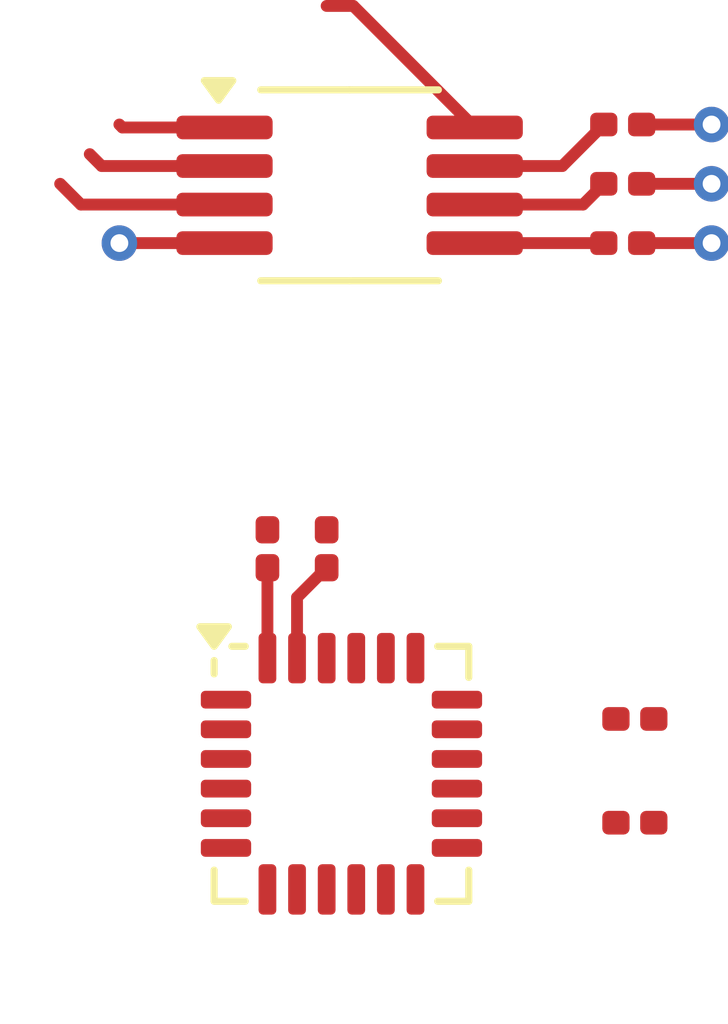
<source format=kicad_pcb>
(kicad_pcb (version 20241229) (generator "pcbnew") (generator_version "9.0")
  (layers (0 "F.Cu" signal) (2 "B.Cu" signal) (13 "F.Paste" user) (15 "B.Paste" user) (5 "F.SilkS" user "F.Silkscreen") (7 "B.SilkS" user "B.Silkscreen") (1 "F.Mask" user) (3 "B.Mask" user) (25 "Edge.Cuts" user))
  (net 0 "")
  (net 1 "Net-(U1-A1)")
  (net 2 "Net-(U1-A2)")
  (net 3 "unconnected-(U1-SDA-Pad1)")
  (net 4 "Net-(U1-A0)")
  (net 5 "unconnected-(U1-Alert-Pad3)")
  (net 6 "unconnected-(U1-SCL-Pad2)")
  (net 7 "VCC")
  (net 8 "GND")
  (net 9 "+3V3")
  (net 12 "Net-(U2-AUX_CL)")
  (net 16 "Net-(U2-AUX_DA)")
  (net 19 "Net-(U2-REGOUT)")
  (net 21 "Net-(U2-CPOUT)")
  (net 27 "Net-(U2-SDA)")
  (net 28 "Net-(U2-SCL)")
  (footprint "Resistor_SMD:R_0201_0603Metric" (layer "F.Cu") (at 53.705 73.775)
    (property "Reference" "R7" (hide yes))
    (property "Value" "4.7k" (hide yes))
    (pad "1" smd roundrect (at -0.32 0) (size 0.46 0.4) (layers "F.Cu" "F.Mask") (net 16 "Net-(U2-AUX_DA)"))
    (pad "2" smd roundrect (at 0.32 0) (size 0.46 0.4) (layers "F.Cu" "F.Mask") (net 9 "+3V3"))
  )
  (footprint "Resistor_SMD:R_0201_0603Metric" (layer "F.Cu") (at 53.705 72.025)
    (property "Reference" "R6" (hide yes))
    (property "Value" "4.7k" (hide yes))
    (pad "1" smd roundrect (at -0.32 0) (size 0.46 0.4) (layers "F.Cu" "F.Mask") (net 12 "Net-(U2-AUX_CL)"))
    (pad "2" smd roundrect (at 0.32 0) (size 0.46 0.4) (layers "F.Cu" "F.Mask") (net 9 "+3V3"))
  )
  (footprint "Package_SO:MSOP-8_3x3mm_P0.65mm" (layer "F.Cu") (at 48.8875 63.025)
    (property "Reference" "U1" (hide yes))
    (property "Value" "MCP9808_MSOP")
    (fp_line (start 0 -1.61) (end -1.5 -1.61) (stroke (width 0.12)) (layer "F.SilkS"))
    (fp_line (start 0 -1.61) (end 1.5 -1.61) (stroke (width 0.12)) (layer "F.SilkS"))
    (fp_line (start 0 1.61) (end -1.5 1.61) (stroke (width 0.12)) (layer "F.SilkS"))
    (fp_line (start 0 1.61) (end 1.5 1.61) (stroke (width 0.12)) (layer "F.SilkS"))
    (fp_poly (pts (xy -2.2125 -1.435) (xy -2.4525 -1.765) (xy -1.9725 -1.765)) (stroke (width 0.12)) (fill yes) (layer "F.SilkS"))
    (pad "1" smd roundrect (at -2.1125 -0.975) (size 1.625 0.4) (layers "F.Cu" "F.Mask" "F.Paste") (net 3 "unconnected-(U1-SDA-Pad1)"))
    (pad "2" smd roundrect (at -2.1125 -0.325) (size 1.625 0.4) (layers "F.Cu" "F.Mask" "F.Paste") (net 6 "unconnected-(U1-SCL-Pad2)"))
    (pad "3" smd roundrect (at -2.1125 0.325) (size 1.625 0.4) (layers "F.Cu" "F.Mask" "F.Paste") (net 5 "unconnected-(U1-Alert-Pad3)"))
    (pad "4" smd roundrect (at -2.1125 0.975) (size 1.625 0.4) (layers "F.Cu" "F.Mask" "F.Paste") (net 8 "GND"))
    (pad "5" smd roundrect (at 2.1125 0.975) (size 1.625 0.4) (layers "F.Cu" "F.Mask" "F.Paste") (net 2 "Net-(U1-A2)"))
    (pad "6" smd roundrect (at 2.1125 0.325) (size 1.625 0.4) (layers "F.Cu" "F.Mask" "F.Paste") (net 1 "Net-(U1-A1)"))
    (pad "7" smd roundrect (at 2.1125 -0.325) (size 1.625 0.4) (layers "F.Cu" "F.Mask" "F.Paste") (net 4 "Net-(U1-A0)"))
    (pad "8" smd roundrect (at 2.1125 -0.975) (size 1.625 0.4) (layers "F.Cu" "F.Mask" "F.Paste") (net 7 "VCC"))
  )
  (footprint "Resistor_SMD:R_0201_0603Metric" (layer "F.Cu") (at 53.5 63 180)
    (property "Reference" "R2" (hide yes))
    (property "Value" "10k" (hide yes))
    (pad "1" smd roundrect (at -0.32 0 180) (size 0.46 0.4) (layers "F.Cu" "F.Mask") (net 8 "GND"))
    (pad "2" smd roundrect (at 0.32 0 180) (size 0.46 0.4) (layers "F.Cu" "F.Mask") (net 1 "Net-(U1-A1)"))
  )
  (footprint "Resistor_SMD:R_0201_0603Metric" (layer "F.Cu") (at 53.5 62)
    (property "Reference" "R1" (hide yes))
    (property "Value" "10k" (hide yes))
    (pad "1" smd roundrect (at -0.32 0) (size 0.46 0.4) (layers "F.Cu" "F.Mask") (net 4 "Net-(U1-A0)"))
    (pad "2" smd roundrect (at 0.32 0) (size 0.46 0.4) (layers "F.Cu" "F.Mask") (net 8 "GND"))
  )
  (footprint "Sensor_Motion:InvenSense_QFN-24_4x4mm_P0.5mm" (layer "F.Cu") (at 48.75 72.95)
    (property "Reference" "U2" (hide yes))
    (property "Value" "MPU-6050")
    (fp_line (start -2.15 -1.685) (end -2.15 -1.91) (stroke (width 0.12)) (layer "F.SilkS"))
    (fp_line (start -2.15 2.15) (end -2.15 1.625) (stroke (width 0.12)) (layer "F.SilkS"))
    (fp_line (start -2.15 2.15) (end -1.625 2.15) (stroke (width 0.12)) (layer "F.SilkS"))
    (fp_line (start -1.625 -2.15) (end -1.85 -2.15) (stroke (width 0.12)) (layer "F.SilkS"))
    (fp_line (start 2.15 -2.15) (end 1.625 -2.15) (stroke (width 0.12)) (layer "F.SilkS"))
    (fp_line (start 2.15 -2.15) (end 2.15 -1.625) (stroke (width 0.12)) (layer "F.SilkS"))
    (fp_line (start 2.15 2.15) (end 1.625 2.15) (stroke (width 0.12)) (layer "F.SilkS"))
    (fp_line (start 2.15 2.15) (end 2.15 1.625) (stroke (width 0.12)) (layer "F.SilkS"))
    (fp_poly (pts (xy -2.15 -2.15) (xy -2.39 -2.48) (xy -1.91 -2.48) (xy -2.15 -2.15)) (stroke (width 0.12)) (fill yes) (layer "F.SilkS"))
    (pad "1" smd roundrect (at -1.95 -1.25) (size 0.85 0.3) (layers "F.Cu" "F.Mask" "F.Paste") (net 8 "GND"))
    (pad "2" smd roundrect (at -1.95 -0.75) (size 0.85 0.3) (layers "F.Cu" "F.Mask" "F.Paste"))
    (pad "3" smd roundrect (at -1.95 -0.25) (size 0.85 0.3) (layers "F.Cu" "F.Mask" "F.Paste"))
    (pad "4" smd roundrect (at -1.95 0.25) (size 0.85 0.3) (layers "F.Cu" "F.Mask" "F.Paste"))
    (pad "5" smd roundrect (at -1.95 0.75) (size 0.85 0.3) (layers "F.Cu" "F.Mask" "F.Paste"))
    (pad "6" smd roundrect (at -1.95 1.25) (size 0.85 0.3) (layers "F.Cu" "F.Mask" "F.Paste") (net 16 "Net-(U2-AUX_DA)"))
    (pad "7" smd roundrect (at -1.25 1.95 90) (size 0.85 0.3) (layers "F.Cu" "F.Mask" "F.Paste") (net 12 "Net-(U2-AUX_CL)"))
    (pad "8" smd roundrect (at -0.75 1.95 90) (size 0.85 0.3) (layers "F.Cu" "F.Mask" "F.Paste") (net 9 "+3V3"))
    (pad "9" smd roundrect (at -0.25 1.95 90) (size 0.85 0.3) (layers "F.Cu" "F.Mask" "F.Paste"))
    (pad "10" smd roundrect (at 0.25 1.95 90) (size 0.85 0.3) (layers "F.Cu" "F.Mask" "F.Paste") (net 19 "Net-(U2-REGOUT)"))
    (pad "11" smd roundrect (at 0.75 1.95 90) (size 0.85 0.3) (layers "F.Cu" "F.Mask" "F.Paste") (net 8 "GND"))
    (pad "12" smd roundrect (at 1.25 1.95 90) (size 0.85 0.3) (layers "F.Cu" "F.Mask" "F.Paste"))
    (pad "13" smd roundrect (at 1.95 1.25) (size 0.85 0.3) (layers "F.Cu" "F.Mask" "F.Paste") (net 9 "+3V3"))
    (pad "14" smd roundrect (at 1.95 0.75) (size 0.85 0.3) (layers "F.Cu" "F.Mask" "F.Paste"))
    (pad "15" smd roundrect (at 1.95 0.25) (size 0.85 0.3) (layers "F.Cu" "F.Mask" "F.Paste"))
    (pad "16" smd roundrect (at 1.95 -0.25) (size 0.85 0.3) (layers "F.Cu" "F.Mask" "F.Paste"))
    (pad "17" smd roundrect (at 1.95 -0.75) (size 0.85 0.3) (layers "F.Cu" "F.Mask" "F.Paste"))
    (pad "18" smd roundrect (at 1.95 -1.25) (size 0.85 0.3) (layers "F.Cu" "F.Mask" "F.Paste") (net 8 "GND"))
    (pad "19" smd roundrect (at 1.25 -1.95 90) (size 0.85 0.3) (layers "F.Cu" "F.Mask" "F.Paste"))
    (pad "20" smd roundrect (at 0.75 -1.95 90) (size 0.85 0.3) (layers "F.Cu" "F.Mask" "F.Paste") (net 21 "Net-(U2-CPOUT)"))
    (pad "21" smd roundrect (at 0.25 -1.95 90) (size 0.85 0.3) (layers "F.Cu" "F.Mask" "F.Paste"))
    (pad "22" smd roundrect (at -0.25 -1.95 90) (size 0.85 0.3) (layers "F.Cu" "F.Mask" "F.Paste"))
    (pad "23" smd roundrect (at -0.75 -1.95 90) (size 0.85 0.3) (layers "F.Cu" "F.Mask" "F.Paste") (net 28 "Net-(U2-SCL)"))
    (pad "24" smd roundrect (at -1.25 -1.95 90) (size 0.85 0.3) (layers "F.Cu" "F.Mask" "F.Paste") (net 27 "Net-(U2-SDA)"))
  )
  (footprint "Resistor_SMD:R_0201_0603Metric" (layer "F.Cu") (at 53.5 64 180)
    (property "Reference" "R3" (hide yes))
    (property "Value" "10k" (hide yes))
    (pad "1" smd roundrect (at -0.32 0 180) (size 0.46 0.4) (layers "F.Cu" "F.Mask") (net 8 "GND"))
    (pad "2" smd roundrect (at 0.32 0 180) (size 0.46 0.4) (layers "F.Cu" "F.Mask") (net 2 "Net-(U1-A2)"))
  )
  (footprint "Resistor_SMD:R_0201_0603Metric" (layer "F.Cu") (at 47.5 69.155 90)
    (property "Reference" "R4" (hide yes))
    (property "Value" "4.7k" (hide yes))
    (pad "1" smd roundrect (at -0.32 0 90) (size 0.46 0.4) (layers "F.Cu" "F.Mask") (net 27 "Net-(U2-SDA)"))
    (pad "2" smd roundrect (at 0.32 0 90) (size 0.46 0.4) (layers "F.Cu" "F.Mask") (net 9 "+3V3"))
  )
  (footprint "Resistor_SMD:R_0201_0603Metric" (layer "F.Cu") (at 48.5 69.155 -90)
    (property "Reference" "R5" (hide yes))
    (property "Value" "4.7k" (hide yes))
    (pad "1" smd roundrect (at -0.32 0 270) (size 0.46 0.4) (layers "F.Cu" "F.Mask") (net 9 "+3V3"))
    (pad "2" smd roundrect (at 0.32 0 270) (size 0.46 0.4) (layers "F.Cu" "F.Mask") (net 28 "Net-(U2-SCL)"))
  )
  (gr_line (start 54 62) (end 55 62) (stroke (width 0.2)) (layer "F.Cu") (net 8))
  (gr_line (start 54 64) (end 55 64) (stroke (width 0.2)) (layer "F.Cu") (net 8))
  (gr_line (start 54 63) (end 55 63) (stroke (width 0.2)) (layer "F.Cu") (net 8))
  (segment (start 50.5 63.35) (end 52.83 63.35) (width 0.2) (layer "F.Cu") (net 1))
  (segment (start 52.83 63.35) (end 53.18 63) (width 0.2) (layer "F.Cu") (net 1))
  (segment (start 50.5 64) (end 53.18 64) (width 0.2) (layer "F.Cu") (net 2))
  (segment (start 46.775 62.05) (end 45.05 62.05) (width 0.2) (layer "F.Cu") (net 3))
  (segment (start 45.05 62.05) (end 45 62) (width 0.2) (layer "F.Cu") (net 3))
  (segment (start 50.5 62.7) (end 52.48 62.7) (width 0.2) (layer "F.Cu") (net 4))
  (segment (start 52.48 62.7) (end 53.18 62) (width 0.2) (layer "F.Cu") (net 4))
  (segment (start 44.35 63.35) (end 44 63) (width 0.2) (layer "F.Cu") (net 5))
  (segment (start 46.775 63.35) (end 44.35 63.35) (width 0.2) (layer "F.Cu") (net 5))
  (segment (start 44.7 62.7) (end 44.5 62.5) (width 0.2) (layer "F.Cu") (net 6))
  (segment (start 46.775 62.7) (end 44.7 62.7) (width 0.2) (layer "F.Cu") (net 6))
  (segment (start 51 62.05) (end 48.95 60) (width 0.2) (layer "F.Cu") (net 7))
  (segment (start 48.95 60) (end 48.5 60) (width 0.2) (layer "F.Cu") (net 7))
  (segment (start 46.775 64) (end 45 64) (width 0.2) (layer "F.Cu") (net 8))
  (via (at 45 64) (size 0.6) (drill 0.3) (layers "F.Cu" "B.Cu") (net 8))
  (via (at 55 64) (size 0.6) (drill 0.3) (layers "F.Cu" "B.Cu") (net 8))
  (via (at 55 63) (size 0.6) (drill 0.3) (layers "F.Cu" "B.Cu") (net 8))
  (via (at 55 62) (size 0.6) (drill 0.3) (layers "F.Cu" "B.Cu") (net 8))
  (segment (start 47.5 71) (end 47.5 69.475) (width 0.2) (layer "F.Cu") (net 27))
  (segment (start 48 69.975) (end 48.5 69.475) (width 0.2) (layer "F.Cu") (net 28))
  (segment (start 48 71) (end 48 69.975) (width 0.2) (layer "F.Cu") (net 28))
)
</source>
